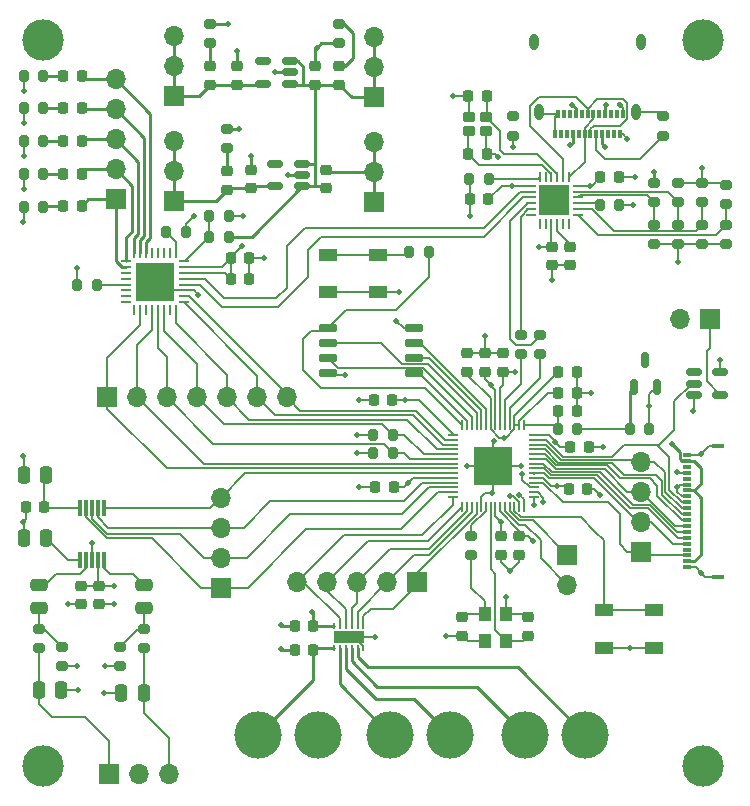
<source format=gtl>
G04 #@! TF.GenerationSoftware,KiCad,Pcbnew,7.0.5*
G04 #@! TF.CreationDate,2023-08-10T16:57:38+02:00*
G04 #@! TF.ProjectId,proto_pico,70726f74-6f5f-4706-9963-6f2e6b696361,rev?*
G04 #@! TF.SameCoordinates,Original*
G04 #@! TF.FileFunction,Copper,L1,Top*
G04 #@! TF.FilePolarity,Positive*
%FSLAX46Y46*%
G04 Gerber Fmt 4.6, Leading zero omitted, Abs format (unit mm)*
G04 Created by KiCad (PCBNEW 7.0.5) date 2023-08-10 16:57:38*
%MOMM*%
%LPD*%
G01*
G04 APERTURE LIST*
G04 Aperture macros list*
%AMRoundRect*
0 Rectangle with rounded corners*
0 $1 Rounding radius*
0 $2 $3 $4 $5 $6 $7 $8 $9 X,Y pos of 4 corners*
0 Add a 4 corners polygon primitive as box body*
4,1,4,$2,$3,$4,$5,$6,$7,$8,$9,$2,$3,0*
0 Add four circle primitives for the rounded corners*
1,1,$1+$1,$2,$3*
1,1,$1+$1,$4,$5*
1,1,$1+$1,$6,$7*
1,1,$1+$1,$8,$9*
0 Add four rect primitives between the rounded corners*
20,1,$1+$1,$2,$3,$4,$5,0*
20,1,$1+$1,$4,$5,$6,$7,0*
20,1,$1+$1,$6,$7,$8,$9,0*
20,1,$1+$1,$8,$9,$2,$3,0*%
G04 Aperture macros list end*
G04 #@! TA.AperFunction,SMDPad,CuDef*
%ADD10RoundRect,0.225000X0.225000X0.250000X-0.225000X0.250000X-0.225000X-0.250000X0.225000X-0.250000X0*%
G04 #@! TD*
G04 #@! TA.AperFunction,ComponentPad*
%ADD11R,1.700000X1.700000*%
G04 #@! TD*
G04 #@! TA.AperFunction,ComponentPad*
%ADD12O,1.700000X1.700000*%
G04 #@! TD*
G04 #@! TA.AperFunction,SMDPad,CuDef*
%ADD13RoundRect,0.225000X-0.225000X-0.250000X0.225000X-0.250000X0.225000X0.250000X-0.225000X0.250000X0*%
G04 #@! TD*
G04 #@! TA.AperFunction,SMDPad,CuDef*
%ADD14RoundRect,0.200000X-0.200000X-0.275000X0.200000X-0.275000X0.200000X0.275000X-0.200000X0.275000X0*%
G04 #@! TD*
G04 #@! TA.AperFunction,SMDPad,CuDef*
%ADD15RoundRect,0.218750X-0.256250X0.218750X-0.256250X-0.218750X0.256250X-0.218750X0.256250X0.218750X0*%
G04 #@! TD*
G04 #@! TA.AperFunction,SMDPad,CuDef*
%ADD16RoundRect,0.225000X-0.250000X0.225000X-0.250000X-0.225000X0.250000X-0.225000X0.250000X0.225000X0*%
G04 #@! TD*
G04 #@! TA.AperFunction,SMDPad,CuDef*
%ADD17RoundRect,0.218750X-0.218750X-0.256250X0.218750X-0.256250X0.218750X0.256250X-0.218750X0.256250X0*%
G04 #@! TD*
G04 #@! TA.AperFunction,SMDPad,CuDef*
%ADD18RoundRect,0.225000X0.250000X-0.225000X0.250000X0.225000X-0.250000X0.225000X-0.250000X-0.225000X0*%
G04 #@! TD*
G04 #@! TA.AperFunction,SMDPad,CuDef*
%ADD19RoundRect,0.150000X0.150000X-0.512500X0.150000X0.512500X-0.150000X0.512500X-0.150000X-0.512500X0*%
G04 #@! TD*
G04 #@! TA.AperFunction,SMDPad,CuDef*
%ADD20RoundRect,0.200000X0.275000X-0.200000X0.275000X0.200000X-0.275000X0.200000X-0.275000X-0.200000X0*%
G04 #@! TD*
G04 #@! TA.AperFunction,SMDPad,CuDef*
%ADD21RoundRect,0.200000X0.200000X0.275000X-0.200000X0.275000X-0.200000X-0.275000X0.200000X-0.275000X0*%
G04 #@! TD*
G04 #@! TA.AperFunction,SMDPad,CuDef*
%ADD22R,0.250000X0.500000*%
G04 #@! TD*
G04 #@! TA.AperFunction,SMDPad,CuDef*
%ADD23R,2.650000X1.000000*%
G04 #@! TD*
G04 #@! TA.AperFunction,SMDPad,CuDef*
%ADD24RoundRect,0.150000X-0.512500X-0.150000X0.512500X-0.150000X0.512500X0.150000X-0.512500X0.150000X0*%
G04 #@! TD*
G04 #@! TA.AperFunction,SMDPad,CuDef*
%ADD25RoundRect,0.150000X0.512500X0.150000X-0.512500X0.150000X-0.512500X-0.150000X0.512500X-0.150000X0*%
G04 #@! TD*
G04 #@! TA.AperFunction,SMDPad,CuDef*
%ADD26RoundRect,0.150000X-0.650000X-0.150000X0.650000X-0.150000X0.650000X0.150000X-0.650000X0.150000X0*%
G04 #@! TD*
G04 #@! TA.AperFunction,SMDPad,CuDef*
%ADD27RoundRect,0.200000X-0.275000X0.200000X-0.275000X-0.200000X0.275000X-0.200000X0.275000X0.200000X0*%
G04 #@! TD*
G04 #@! TA.AperFunction,SMDPad,CuDef*
%ADD28RoundRect,0.250000X0.475000X-0.250000X0.475000X0.250000X-0.475000X0.250000X-0.475000X-0.250000X0*%
G04 #@! TD*
G04 #@! TA.AperFunction,SMDPad,CuDef*
%ADD29R,0.700000X0.300000*%
G04 #@! TD*
G04 #@! TA.AperFunction,SMDPad,CuDef*
%ADD30R,1.000000X0.300000*%
G04 #@! TD*
G04 #@! TA.AperFunction,SMDPad,CuDef*
%ADD31RoundRect,0.250000X-0.475000X0.250000X-0.475000X-0.250000X0.475000X-0.250000X0.475000X0.250000X0*%
G04 #@! TD*
G04 #@! TA.AperFunction,ComponentPad*
%ADD32C,4.000000*%
G04 #@! TD*
G04 #@! TA.AperFunction,SMDPad,CuDef*
%ADD33R,1.550000X1.000000*%
G04 #@! TD*
G04 #@! TA.AperFunction,SMDPad,CuDef*
%ADD34RoundRect,0.250000X0.250000X0.475000X-0.250000X0.475000X-0.250000X-0.475000X0.250000X-0.475000X0*%
G04 #@! TD*
G04 #@! TA.AperFunction,SMDPad,CuDef*
%ADD35R,0.300000X1.400000*%
G04 #@! TD*
G04 #@! TA.AperFunction,SMDPad,CuDef*
%ADD36RoundRect,0.102000X-0.373000X-0.323000X0.373000X-0.323000X0.373000X0.323000X-0.373000X0.323000X0*%
G04 #@! TD*
G04 #@! TA.AperFunction,SMDPad,CuDef*
%ADD37R,1.100000X1.300000*%
G04 #@! TD*
G04 #@! TA.AperFunction,SMDPad,CuDef*
%ADD38RoundRect,0.050000X-0.387500X-0.050000X0.387500X-0.050000X0.387500X0.050000X-0.387500X0.050000X0*%
G04 #@! TD*
G04 #@! TA.AperFunction,SMDPad,CuDef*
%ADD39RoundRect,0.050000X-0.050000X-0.387500X0.050000X-0.387500X0.050000X0.387500X-0.050000X0.387500X0*%
G04 #@! TD*
G04 #@! TA.AperFunction,SMDPad,CuDef*
%ADD40R,3.200000X3.200000*%
G04 #@! TD*
G04 #@! TA.AperFunction,SMDPad,CuDef*
%ADD41RoundRect,0.062500X-0.350000X-0.062500X0.350000X-0.062500X0.350000X0.062500X-0.350000X0.062500X0*%
G04 #@! TD*
G04 #@! TA.AperFunction,SMDPad,CuDef*
%ADD42RoundRect,0.062500X-0.062500X-0.350000X0.062500X-0.350000X0.062500X0.350000X-0.062500X0.350000X0*%
G04 #@! TD*
G04 #@! TA.AperFunction,SMDPad,CuDef*
%ADD43R,2.500000X2.500000*%
G04 #@! TD*
G04 #@! TA.AperFunction,SMDPad,CuDef*
%ADD44R,0.300000X0.700000*%
G04 #@! TD*
G04 #@! TA.AperFunction,ComponentPad*
%ADD45O,0.800000X1.400000*%
G04 #@! TD*
G04 #@! TA.AperFunction,SMDPad,CuDef*
%ADD46RoundRect,0.062500X0.375000X0.062500X-0.375000X0.062500X-0.375000X-0.062500X0.375000X-0.062500X0*%
G04 #@! TD*
G04 #@! TA.AperFunction,SMDPad,CuDef*
%ADD47RoundRect,0.062500X0.062500X0.375000X-0.062500X0.375000X-0.062500X-0.375000X0.062500X-0.375000X0*%
G04 #@! TD*
G04 #@! TA.AperFunction,SMDPad,CuDef*
%ADD48R,3.300000X3.300000*%
G04 #@! TD*
G04 #@! TA.AperFunction,ViaPad*
%ADD49C,3.500000*%
G04 #@! TD*
G04 #@! TA.AperFunction,ViaPad*
%ADD50C,0.500000*%
G04 #@! TD*
G04 #@! TA.AperFunction,Conductor*
%ADD51C,0.127000*%
G04 #@! TD*
G04 #@! TA.AperFunction,Conductor*
%ADD52C,0.254000*%
G04 #@! TD*
G04 APERTURE END LIST*
D10*
X185179000Y-120396000D03*
X183629000Y-120396000D03*
D11*
X196474000Y-112649000D03*
D12*
X193934000Y-112649000D03*
D13*
X155900000Y-107442000D03*
X157450000Y-107442000D03*
D14*
X187131000Y-103000000D03*
X188781000Y-103000000D03*
D15*
X155580500Y-100111500D03*
X155580500Y-101686500D03*
D16*
X184654000Y-106543000D03*
X184654000Y-108093000D03*
D10*
X185179000Y-118872000D03*
X183629000Y-118872000D03*
D17*
X141692500Y-92057000D03*
X143267500Y-92057000D03*
D18*
X178816000Y-132601000D03*
X178816000Y-131051000D03*
D19*
X190058000Y-118358500D03*
X191958000Y-118358500D03*
X191008000Y-116083500D03*
D20*
X146558000Y-142049000D03*
X146558000Y-140399000D03*
D21*
X169608000Y-122428000D03*
X167958000Y-122428000D03*
D15*
X154172500Y-91226500D03*
X154172500Y-92801500D03*
D22*
X164627500Y-140507500D03*
X165127500Y-140507500D03*
X165627500Y-140507500D03*
X166127500Y-140507500D03*
X166627500Y-140507500D03*
X167127500Y-140507500D03*
X167127500Y-138607500D03*
X166627500Y-138607500D03*
X166127500Y-138607500D03*
X165627500Y-138607500D03*
X165127500Y-138607500D03*
X164627500Y-138607500D03*
D23*
X165877500Y-139557500D03*
D16*
X144780000Y-135242000D03*
X144780000Y-136792000D03*
D20*
X193798000Y-102746000D03*
X193798000Y-101096000D03*
D13*
X168135000Y-126873000D03*
X169685000Y-126873000D03*
D24*
X195077500Y-117160000D03*
X195077500Y-118110000D03*
X195077500Y-119060000D03*
X197352500Y-119060000D03*
X197352500Y-117160000D03*
D21*
X155722000Y-103886000D03*
X154072000Y-103886000D03*
D20*
X195830000Y-106302000D03*
X195830000Y-104652000D03*
D15*
X165094500Y-91226500D03*
X165094500Y-92801500D03*
D21*
X152082000Y-105283000D03*
X150432000Y-105283000D03*
D25*
X161919500Y-101407000D03*
X161919500Y-100457000D03*
X161919500Y-99507000D03*
X159644500Y-99507000D03*
X159644500Y-101407000D03*
D21*
X140017000Y-103117000D03*
X138367000Y-103117000D03*
X140028500Y-92105000D03*
X138378500Y-92105000D03*
D26*
X164167000Y-113411000D03*
X164167000Y-114681000D03*
X164167000Y-115951000D03*
X164167000Y-117221000D03*
X171367000Y-117221000D03*
X171367000Y-115951000D03*
X171367000Y-114681000D03*
X171367000Y-113411000D03*
D11*
X171704000Y-134874000D03*
D12*
X169164000Y-134874000D03*
X166624000Y-134874000D03*
X164084000Y-134874000D03*
X161544000Y-134874000D03*
D13*
X187181000Y-100651000D03*
X188731000Y-100651000D03*
D11*
X168021000Y-102743000D03*
D12*
X168021000Y-100203000D03*
X168021000Y-97663000D03*
D25*
X160898000Y-92710000D03*
X160898000Y-91760000D03*
X160898000Y-90810000D03*
X158623000Y-90810000D03*
X158623000Y-92710000D03*
D20*
X197862000Y-106302000D03*
X197862000Y-104652000D03*
X154172500Y-89283000D03*
X154172500Y-87633000D03*
D27*
X176276000Y-131001000D03*
X176276000Y-132651000D03*
D28*
X139700000Y-137094000D03*
X139700000Y-135194000D03*
D29*
X194538000Y-133655000D03*
X194538000Y-133155000D03*
X194538000Y-132655000D03*
X194538000Y-132155000D03*
X194538000Y-131655000D03*
X194538000Y-131155000D03*
X194538000Y-130655000D03*
X194538000Y-130155000D03*
X194538000Y-129655000D03*
X194538000Y-129155000D03*
X194538000Y-128655000D03*
X194538000Y-128155000D03*
X194538000Y-127655000D03*
X194538000Y-127155000D03*
X194538000Y-126655000D03*
X194538000Y-126155000D03*
X194538000Y-125655000D03*
X194538000Y-125155000D03*
X194538000Y-124655000D03*
X194538000Y-124155000D03*
D30*
X197188000Y-134445000D03*
X197188000Y-123365000D03*
D31*
X148590000Y-135194000D03*
X148590000Y-137094000D03*
D16*
X181102000Y-137909000D03*
X181102000Y-139459000D03*
D27*
X141605000Y-140399000D03*
X141605000Y-142049000D03*
D17*
X141706500Y-103033000D03*
X143281500Y-103033000D03*
D16*
X183130000Y-106543000D03*
X183130000Y-108093000D03*
D27*
X179750000Y-95487000D03*
X179750000Y-97137000D03*
D16*
X175895000Y-115557000D03*
X175895000Y-117107000D03*
D21*
X169608000Y-123952000D03*
X167958000Y-123952000D03*
D20*
X155580500Y-98168000D03*
X155580500Y-96518000D03*
X191766000Y-106302000D03*
X191766000Y-104652000D03*
X193798000Y-106302000D03*
X193798000Y-104652000D03*
X197862000Y-102937000D03*
X197862000Y-101287000D03*
D32*
X169418000Y-147828000D03*
X174498000Y-147828000D03*
D33*
X164118000Y-107188000D03*
X168368000Y-107188000D03*
X164118000Y-110388000D03*
X168368000Y-110388000D03*
D34*
X141539000Y-144018000D03*
X139639000Y-144018000D03*
X140269000Y-125857000D03*
X138369000Y-125857000D03*
D35*
X145145000Y-128610000D03*
X144645000Y-128610000D03*
X144145000Y-128610000D03*
X143645000Y-128610000D03*
X143145000Y-128610000D03*
X143145000Y-133010000D03*
X143645000Y-133010000D03*
X144145000Y-133010000D03*
X144645000Y-133010000D03*
X145145000Y-133010000D03*
D18*
X157612500Y-101552000D03*
X157612500Y-100002000D03*
D10*
X177559000Y-98679000D03*
X176009000Y-98679000D03*
D11*
X168021000Y-93853000D03*
D12*
X168021000Y-91313000D03*
X168021000Y-88773000D03*
D20*
X192450000Y-97137000D03*
X192450000Y-95487000D03*
D10*
X140094000Y-128524000D03*
X138544000Y-128524000D03*
D36*
X176059000Y-96714000D03*
X177509000Y-96714000D03*
X177509000Y-95564000D03*
X176059000Y-95564000D03*
D21*
X140017000Y-97566000D03*
X138367000Y-97566000D03*
D11*
X190627000Y-132324000D03*
D12*
X190627000Y-129784000D03*
X190627000Y-127244000D03*
X190627000Y-124704000D03*
D18*
X156458500Y-92789000D03*
X156458500Y-91239000D03*
D37*
X177419000Y-137615000D03*
X177419000Y-139915000D03*
X179219000Y-139915000D03*
X179219000Y-137615000D03*
D17*
X141706500Y-97536000D03*
X143281500Y-97536000D03*
D10*
X186195000Y-123444000D03*
X184645000Y-123444000D03*
D11*
X155067000Y-135372000D03*
D12*
X155067000Y-132832000D03*
X155067000Y-130292000D03*
X155067000Y-127752000D03*
D38*
X174670500Y-122486500D03*
X174670500Y-122886500D03*
X174670500Y-123286500D03*
X174670500Y-123686500D03*
X174670500Y-124086500D03*
X174670500Y-124486500D03*
X174670500Y-124886500D03*
X174670500Y-125286500D03*
X174670500Y-125686500D03*
X174670500Y-126086500D03*
X174670500Y-126486500D03*
X174670500Y-126886500D03*
X174670500Y-127286500D03*
X174670500Y-127686500D03*
D39*
X175508000Y-128524000D03*
X175908000Y-128524000D03*
X176308000Y-128524000D03*
X176708000Y-128524000D03*
X177108000Y-128524000D03*
X177508000Y-128524000D03*
X177908000Y-128524000D03*
X178308000Y-128524000D03*
X178708000Y-128524000D03*
X179108000Y-128524000D03*
X179508000Y-128524000D03*
X179908000Y-128524000D03*
X180308000Y-128524000D03*
X180708000Y-128524000D03*
D38*
X181545500Y-127686500D03*
X181545500Y-127286500D03*
X181545500Y-126886500D03*
X181545500Y-126486500D03*
X181545500Y-126086500D03*
X181545500Y-125686500D03*
X181545500Y-125286500D03*
X181545500Y-124886500D03*
X181545500Y-124486500D03*
X181545500Y-124086500D03*
X181545500Y-123686500D03*
X181545500Y-123286500D03*
X181545500Y-122886500D03*
X181545500Y-122486500D03*
D39*
X180708000Y-121649000D03*
X180308000Y-121649000D03*
X179908000Y-121649000D03*
X179508000Y-121649000D03*
X179108000Y-121649000D03*
X178708000Y-121649000D03*
X178308000Y-121649000D03*
X177908000Y-121649000D03*
X177508000Y-121649000D03*
X177108000Y-121649000D03*
X176708000Y-121649000D03*
X176308000Y-121649000D03*
X175908000Y-121649000D03*
X175508000Y-121649000D03*
D40*
X178108000Y-125086500D03*
D34*
X140269000Y-131191000D03*
X138369000Y-131191000D03*
D18*
X163062500Y-92789000D03*
X163062500Y-91239000D03*
D20*
X148590000Y-140525000D03*
X148590000Y-138875000D03*
D18*
X180340000Y-132601000D03*
X180340000Y-131051000D03*
D21*
X177736000Y-100774000D03*
X176086000Y-100774000D03*
D20*
X195830000Y-102746000D03*
X195830000Y-101096000D03*
D14*
X142896000Y-109728000D03*
X144546000Y-109728000D03*
D33*
X187486000Y-137287000D03*
X191736000Y-137287000D03*
X187486000Y-140487000D03*
X191736000Y-140487000D03*
D32*
X158242000Y-147828000D03*
X163322000Y-147828000D03*
D16*
X143256000Y-135242000D03*
X143256000Y-136792000D03*
D18*
X175514000Y-139459000D03*
X175514000Y-137909000D03*
D41*
X181334500Y-101346000D03*
X181334500Y-101846000D03*
X181334500Y-102346000D03*
X181334500Y-102846000D03*
X181334500Y-103346000D03*
X181334500Y-103846000D03*
D42*
X182047000Y-104558500D03*
X182547000Y-104558500D03*
X183047000Y-104558500D03*
X183547000Y-104558500D03*
X184047000Y-104558500D03*
X184547000Y-104558500D03*
D41*
X185259500Y-103846000D03*
X185259500Y-103346000D03*
X185259500Y-102846000D03*
X185259500Y-102346000D03*
X185259500Y-101846000D03*
X185259500Y-101346000D03*
D42*
X184547000Y-100633500D03*
X184047000Y-100633500D03*
X183547000Y-100633500D03*
X183047000Y-100633500D03*
X182547000Y-100633500D03*
X182047000Y-100633500D03*
D43*
X183297000Y-102596000D03*
D10*
X162854500Y-140639500D03*
X161304500Y-140639500D03*
D20*
X180467000Y-115633000D03*
X180467000Y-113983000D03*
D11*
X184404000Y-132583000D03*
D12*
X184404000Y-135123000D03*
D44*
X188850000Y-97014000D03*
X188350000Y-97014000D03*
X187850000Y-97014000D03*
X187350000Y-97014000D03*
X186850000Y-97014000D03*
X186350000Y-97014000D03*
X185850000Y-97014000D03*
X185350000Y-97014000D03*
X184850000Y-97014000D03*
X184350000Y-97014000D03*
X183850000Y-97014000D03*
X183350000Y-97014000D03*
X183600000Y-95314000D03*
X184100000Y-95314000D03*
X184600000Y-95314000D03*
X185100000Y-95314000D03*
X185600000Y-95314000D03*
X186100000Y-95314000D03*
X186600000Y-95314000D03*
X187100000Y-95314000D03*
X187600000Y-95314000D03*
X188100000Y-95314000D03*
X188600000Y-95314000D03*
X189100000Y-95314000D03*
D45*
X190590000Y-89154000D03*
X190230000Y-95104000D03*
X181970000Y-95104000D03*
X181610000Y-89154000D03*
D46*
X151916500Y-111224000D03*
X151916500Y-110724000D03*
X151916500Y-110224000D03*
X151916500Y-109724000D03*
X151916500Y-109224000D03*
X151916500Y-108724000D03*
X151916500Y-108224000D03*
X151916500Y-107724000D03*
D47*
X151229000Y-107036500D03*
X150729000Y-107036500D03*
X150229000Y-107036500D03*
X149729000Y-107036500D03*
X149229000Y-107036500D03*
X148729000Y-107036500D03*
X148229000Y-107036500D03*
X147729000Y-107036500D03*
D46*
X147041500Y-107724000D03*
X147041500Y-108224000D03*
X147041500Y-108724000D03*
X147041500Y-109224000D03*
X147041500Y-109724000D03*
X147041500Y-110224000D03*
X147041500Y-110724000D03*
X147041500Y-111224000D03*
D47*
X147729000Y-111911500D03*
X148229000Y-111911500D03*
X148729000Y-111911500D03*
X149229000Y-111911500D03*
X149729000Y-111911500D03*
X150229000Y-111911500D03*
X150729000Y-111911500D03*
X151229000Y-111911500D03*
D48*
X149479000Y-109474000D03*
D34*
X148524000Y-144272000D03*
X146624000Y-144272000D03*
D13*
X155900000Y-109220000D03*
X157450000Y-109220000D03*
D17*
X141692500Y-94772000D03*
X143267500Y-94772000D03*
D27*
X191766000Y-101096000D03*
X191766000Y-102746000D03*
D21*
X155722000Y-105664000D03*
X154072000Y-105664000D03*
D27*
X165094500Y-87633000D03*
X165094500Y-89283000D03*
D16*
X178943000Y-115557000D03*
X178943000Y-117107000D03*
D20*
X182118000Y-115633000D03*
X182118000Y-113983000D03*
D14*
X183579000Y-121920000D03*
X185229000Y-121920000D03*
D10*
X177686000Y-102489000D03*
X176136000Y-102489000D03*
X186068000Y-127000000D03*
X184518000Y-127000000D03*
D21*
X140017000Y-94772000D03*
X138367000Y-94772000D03*
D12*
X160655000Y-119253000D03*
X158115000Y-119253000D03*
X155575000Y-119253000D03*
X153035000Y-119253000D03*
X150495000Y-119253000D03*
X147955000Y-119253000D03*
D11*
X145415000Y-119253000D03*
D17*
X141706500Y-100323000D03*
X143281500Y-100323000D03*
D32*
X180848000Y-147828000D03*
X185928000Y-147828000D03*
D14*
X171006000Y-106934000D03*
X172656000Y-106934000D03*
D11*
X146188500Y-102519000D03*
D12*
X146188500Y-99979000D03*
X146188500Y-97439000D03*
X146188500Y-94899000D03*
X146188500Y-92359000D03*
D20*
X139700000Y-140525000D03*
X139700000Y-138875000D03*
D13*
X176009000Y-93726000D03*
X177559000Y-93726000D03*
D11*
X145566000Y-151130000D03*
D12*
X148106000Y-151130000D03*
X150646000Y-151130000D03*
D18*
X163962500Y-101552000D03*
X163962500Y-100002000D03*
D21*
X140017000Y-100346000D03*
X138367000Y-100346000D03*
D11*
X151130000Y-102616000D03*
D12*
X151130000Y-100076000D03*
X151130000Y-97536000D03*
D10*
X185179000Y-117094000D03*
X183629000Y-117094000D03*
D11*
X151124500Y-93792000D03*
D12*
X151124500Y-91252000D03*
X151124500Y-88712000D03*
D14*
X189675000Y-121920000D03*
X191325000Y-121920000D03*
D16*
X177419000Y-115557000D03*
X177419000Y-117107000D03*
D13*
X168008000Y-119507000D03*
X169558000Y-119507000D03*
D10*
X162854500Y-138607500D03*
X161304500Y-138607500D03*
D49*
X139978000Y-150495000D03*
X195858000Y-150495000D03*
X139978000Y-89027000D03*
X195858000Y-89027000D03*
D50*
X146050000Y-135255000D03*
X179705000Y-101346000D03*
X156845000Y-106426000D03*
X169926000Y-112776000D03*
X170878500Y-126555500D03*
X179959000Y-117094000D03*
X186309000Y-101346000D03*
X178816000Y-129794000D03*
X170688000Y-119507000D03*
X166624000Y-123952000D03*
X162814000Y-137414000D03*
X181991000Y-106553000D03*
X197358000Y-116078000D03*
X195834000Y-99822000D03*
X142875000Y-108331000D03*
X177927000Y-118237000D03*
X191325000Y-120015000D03*
X183515000Y-126746000D03*
X152781000Y-103886000D03*
X183388000Y-123063000D03*
X166624000Y-122428000D03*
X189992000Y-102997000D03*
X138430000Y-93345000D03*
X142113000Y-136779000D03*
X170180000Y-110363000D03*
X155702000Y-87630000D03*
X165608000Y-117348000D03*
X145161000Y-144272000D03*
X179197000Y-136144000D03*
X166751000Y-119507000D03*
X187452000Y-123444000D03*
X187198000Y-127508000D03*
X179832000Y-98044000D03*
X180467000Y-125095000D03*
X156591000Y-96520000D03*
X143002000Y-144018000D03*
X156972000Y-103886000D03*
X166751000Y-126873000D03*
X145288000Y-141986000D03*
X144145000Y-131572000D03*
X153162000Y-110617000D03*
X138303000Y-129794000D03*
X175895000Y-125095000D03*
X163195000Y-89662000D03*
X183134000Y-109347000D03*
X186436000Y-118872000D03*
X157607000Y-98806000D03*
X158750000Y-107442000D03*
X176149000Y-103886000D03*
X174117000Y-139446000D03*
X146050000Y-136779000D03*
X178562000Y-98933000D03*
X142875000Y-141986000D03*
X189738000Y-140462000D03*
X193675000Y-126873000D03*
X179578000Y-133985000D03*
X195072000Y-120396000D03*
X195707000Y-134112000D03*
X178054000Y-127381000D03*
X160782000Y-100457000D03*
X160147000Y-138557000D03*
X156464000Y-89916000D03*
X190119000Y-100584000D03*
X177419000Y-114046000D03*
X174752000Y-93726000D03*
X138430000Y-98806000D03*
X188849000Y-94488000D03*
X178181000Y-122936000D03*
X138430000Y-101600000D03*
X138303000Y-104394000D03*
X159639000Y-91694000D03*
X195707000Y-124079000D03*
X193675000Y-125603000D03*
X168148000Y-139573000D03*
X189484000Y-97409000D03*
X138430000Y-96012000D03*
X160147000Y-140589000D03*
X193802000Y-107823000D03*
X138303000Y-124206000D03*
X191770000Y-100203000D03*
X187579000Y-98044000D03*
X184785000Y-94488000D03*
X184658000Y-97917000D03*
X187706000Y-94488000D03*
X181483000Y-131445000D03*
X179070000Y-122682000D03*
X193294000Y-123190000D03*
X180340000Y-127508000D03*
X181610000Y-128397000D03*
X182372000Y-128143000D03*
X180594000Y-125730000D03*
X179578000Y-127635000D03*
D51*
X150646000Y-148082000D02*
X150646000Y-151130000D01*
X148524000Y-145960000D02*
X150646000Y-148082000D01*
X148524000Y-144272000D02*
X148524000Y-145960000D01*
X145566000Y-148336000D02*
X145566000Y-151130000D01*
X139639000Y-145203000D02*
X140740000Y-146304000D01*
X140740000Y-146304000D02*
X143534000Y-146304000D01*
X139639000Y-144018000D02*
X139639000Y-145203000D01*
X143534000Y-146304000D02*
X145566000Y-148336000D01*
X171367000Y-113411000D02*
X170561000Y-113411000D01*
D52*
X156446000Y-92801500D02*
X156458500Y-92789000D01*
D51*
X167958000Y-123952000D02*
X166624000Y-123952000D01*
X184264000Y-126746000D02*
X183007000Y-126746000D01*
X146037000Y-135242000D02*
X146050000Y-135255000D01*
X178943000Y-118237000D02*
X178943000Y-117107000D01*
X189989000Y-103000000D02*
X189992000Y-102997000D01*
X197671000Y-101096000D02*
X197862000Y-101287000D01*
D52*
X151124500Y-93792000D02*
X151124500Y-91252000D01*
D51*
X155900000Y-107442000D02*
X155900000Y-107371000D01*
X169685000Y-126873000D02*
X170561000Y-126873000D01*
D52*
X158544000Y-92789000D02*
X158623000Y-92710000D01*
D51*
X179946000Y-117107000D02*
X179959000Y-117094000D01*
D52*
X162854500Y-138607500D02*
X162854500Y-137454500D01*
D51*
X182347500Y-126086500D02*
X181545500Y-126086500D01*
D52*
X151124500Y-91252000D02*
X151124500Y-88712000D01*
D51*
X142896000Y-108352000D02*
X142875000Y-108331000D01*
X170561000Y-126873000D02*
X171347500Y-126086500D01*
X184518000Y-127000000D02*
X184264000Y-126746000D01*
X151916500Y-108224000D02*
X155118000Y-108224000D01*
X178816000Y-131051000D02*
X178816000Y-129794000D01*
X174670500Y-122486500D02*
X174670500Y-122346500D01*
X191325000Y-121920000D02*
X191325000Y-118991500D01*
X142896000Y-109728000D02*
X142896000Y-108352000D01*
D52*
X154172500Y-92801500D02*
X156446000Y-92801500D01*
D51*
X171831000Y-119507000D02*
X169558000Y-119507000D01*
X178708000Y-121649000D02*
X178708000Y-118472000D01*
X182811500Y-122486500D02*
X181545500Y-122486500D01*
X186486000Y-101346000D02*
X187181000Y-100651000D01*
X197352500Y-117160000D02*
X197352500Y-116083500D01*
X178308000Y-121649000D02*
X178308000Y-118618000D01*
X174670500Y-122346500D02*
X171831000Y-119507000D01*
X188781000Y-103000000D02*
X189989000Y-103000000D01*
D52*
X162854500Y-137454500D02*
X162814000Y-137414000D01*
D51*
X183769000Y-123444000D02*
X182811500Y-122486500D01*
X144780000Y-135242000D02*
X146037000Y-135242000D01*
X193798000Y-101096000D02*
X197671000Y-101096000D01*
X183130000Y-106543000D02*
X183047000Y-106460000D01*
X178829000Y-101346000D02*
X181334500Y-101346000D01*
X178308000Y-129286000D02*
X178308000Y-128524000D01*
X185259500Y-101346000D02*
X186309000Y-101346000D01*
X184645000Y-123444000D02*
X183769000Y-123444000D01*
X167958000Y-122555000D02*
X168034000Y-122555000D01*
X144780000Y-135242000D02*
X144645000Y-135107000D01*
X155900000Y-109220000D02*
X155404000Y-108724000D01*
X177419000Y-117729000D02*
X177419000Y-117107000D01*
X171347500Y-126086500D02*
X174670500Y-126086500D01*
X152082000Y-105283000D02*
X152082000Y-104585000D01*
X155900000Y-109220000D02*
X155900000Y-107442000D01*
X155900000Y-107371000D02*
X156845000Y-106426000D01*
X143256000Y-135242000D02*
X144780000Y-135242000D01*
D52*
X151124500Y-93792000D02*
X153182000Y-93792000D01*
D51*
X197352500Y-116083500D02*
X197358000Y-116078000D01*
X195830000Y-101096000D02*
X195830000Y-99826000D01*
X178816000Y-129794000D02*
X178308000Y-129286000D01*
X170561000Y-113411000D02*
X169926000Y-112776000D01*
X167958000Y-122428000D02*
X166624000Y-122428000D01*
X144645000Y-135107000D02*
X144645000Y-133010000D01*
D52*
X153182000Y-93792000D02*
X154172500Y-92801500D01*
X156458500Y-92789000D02*
X158544000Y-92789000D01*
D51*
X186309000Y-101346000D02*
X186486000Y-101346000D01*
D52*
X164627500Y-138607500D02*
X162854500Y-138607500D01*
D51*
X155404000Y-108724000D02*
X151916500Y-108724000D01*
X178708000Y-118472000D02*
X178943000Y-118237000D01*
X155118000Y-108224000D02*
X155900000Y-107442000D01*
X191325000Y-118991500D02*
X191958000Y-118358500D01*
X183047000Y-106460000D02*
X183047000Y-104558500D01*
X177686000Y-102489000D02*
X178829000Y-101346000D01*
X195830000Y-99826000D02*
X195834000Y-99822000D01*
X183007000Y-126746000D02*
X182347500Y-126086500D01*
X181570000Y-126111000D02*
X181545500Y-126086500D01*
X178308000Y-118618000D02*
X177419000Y-117729000D01*
X178943000Y-117107000D02*
X179946000Y-117107000D01*
X152082000Y-104585000D02*
X152781000Y-103886000D01*
X183130000Y-106543000D02*
X182001000Y-106543000D01*
X182001000Y-106543000D02*
X181991000Y-106553000D01*
X189713000Y-140487000D02*
X189738000Y-140462000D01*
D52*
X163574000Y-89283000D02*
X163195000Y-89662000D01*
D51*
X178308000Y-98679000D02*
X178562000Y-98933000D01*
X193798000Y-106302000D02*
X193798000Y-107819000D01*
X193893000Y-126655000D02*
X193675000Y-126873000D01*
X180340000Y-133223000D02*
X179578000Y-133985000D01*
X138367000Y-95949000D02*
X138430000Y-96012000D01*
X138378500Y-92105000D02*
X138378500Y-93293500D01*
X142812000Y-142049000D02*
X142875000Y-141986000D01*
D52*
X163062500Y-89794500D02*
X163195000Y-89662000D01*
D51*
X193798000Y-107819000D02*
X193802000Y-107823000D01*
D52*
X161919500Y-100457000D02*
X160782000Y-100457000D01*
X164163500Y-100203000D02*
X168021000Y-100203000D01*
D51*
X183130000Y-108093000D02*
X183130000Y-109343000D01*
X175514000Y-139459000D02*
X175970000Y-139915000D01*
X194538000Y-125655000D02*
X193727000Y-125655000D01*
X176136000Y-100824000D02*
X176086000Y-100774000D01*
D52*
X168021000Y-97663000D02*
X168021000Y-102743000D01*
D51*
X170155000Y-110388000D02*
X170180000Y-110363000D01*
X176059000Y-93776000D02*
X176009000Y-93726000D01*
X186195000Y-123444000D02*
X187452000Y-123444000D01*
X168132500Y-139557500D02*
X168148000Y-139573000D01*
X175903500Y-125086500D02*
X175895000Y-125095000D01*
X143256000Y-136792000D02*
X142126000Y-136792000D01*
X197188000Y-134445000D02*
X196040000Y-134445000D01*
X150229000Y-110224000D02*
X149479000Y-109474000D01*
X191736000Y-140487000D02*
X189763000Y-140487000D01*
X182180000Y-95314000D02*
X181970000Y-95104000D01*
X194538000Y-124155000D02*
X195631000Y-124155000D01*
X138369000Y-129860000D02*
X138303000Y-129794000D01*
X168368000Y-110388000D02*
X170155000Y-110388000D01*
X186068000Y-127000000D02*
X186690000Y-127000000D01*
X157450000Y-109220000D02*
X157450000Y-107442000D01*
X138544000Y-129553000D02*
X138303000Y-129794000D01*
X186690000Y-127000000D02*
X187198000Y-127508000D01*
X138367000Y-94772000D02*
X138367000Y-95949000D01*
D52*
X156458500Y-91239000D02*
X156458500Y-89921500D01*
D51*
X152769000Y-110224000D02*
X153162000Y-110617000D01*
X178108000Y-127327000D02*
X178108000Y-125086500D01*
D52*
X163962500Y-100002000D02*
X164163500Y-100203000D01*
D51*
X185179000Y-118872000D02*
X186436000Y-118872000D01*
X183350000Y-97014000D02*
X183350000Y-95564000D01*
X196421000Y-123365000D02*
X195707000Y-124079000D01*
X138367000Y-98743000D02*
X138430000Y-98806000D01*
X178108000Y-125086500D02*
X180458500Y-125086500D01*
X189089000Y-97014000D02*
X189484000Y-97409000D01*
D52*
X160197500Y-138607500D02*
X160147000Y-138557000D01*
D51*
X194061000Y-127655000D02*
X193675000Y-127269000D01*
X178108000Y-123009000D02*
X178181000Y-122936000D01*
X183600000Y-95314000D02*
X182180000Y-95314000D01*
X179219000Y-137615000D02*
X180808000Y-137615000D01*
X138369000Y-125857000D02*
X138369000Y-124272000D01*
X179219000Y-136166000D02*
X179197000Y-136144000D01*
X167127500Y-140305500D02*
X166379500Y-139557500D01*
X177108000Y-127692000D02*
X177108000Y-128524000D01*
X164294000Y-117348000D02*
X164167000Y-117221000D01*
X176009000Y-93726000D02*
X174752000Y-93726000D01*
X180340000Y-132601000D02*
X180340000Y-133223000D01*
X138367000Y-103117000D02*
X138367000Y-104330000D01*
D52*
X154175500Y-87630000D02*
X154172500Y-87633000D01*
D51*
X165877500Y-139557500D02*
X168132500Y-139557500D01*
X183130000Y-108093000D02*
X184654000Y-108093000D01*
X138378500Y-93293500D02*
X138430000Y-93345000D01*
D52*
X165094500Y-89283000D02*
X163574000Y-89283000D01*
D51*
X192067000Y-95104000D02*
X190230000Y-95104000D01*
X177419000Y-127381000D02*
X177108000Y-127692000D01*
X183350000Y-95564000D02*
X183600000Y-95314000D01*
X167127500Y-140507500D02*
X167127500Y-140305500D01*
X177419000Y-115557000D02*
X177419000Y-114046000D01*
X185179000Y-120396000D02*
X185179000Y-117094000D01*
X178816000Y-133223000D02*
X179578000Y-133985000D01*
X179750000Y-97962000D02*
X179832000Y-98044000D01*
X151916500Y-110224000D02*
X150229000Y-110224000D01*
X166379500Y-139557500D02*
X165877500Y-139557500D01*
D52*
X161304500Y-140639500D02*
X160197500Y-140639500D01*
D51*
X176136000Y-102489000D02*
X176136000Y-100824000D01*
X197188000Y-123365000D02*
X196421000Y-123365000D01*
X165608000Y-117348000D02*
X164294000Y-117348000D01*
X187486000Y-140487000D02*
X189713000Y-140487000D01*
X195631000Y-124155000D02*
X195707000Y-124079000D01*
X176136000Y-102489000D02*
X176136000Y-103873000D01*
X146558000Y-142049000D02*
X145351000Y-142049000D01*
X191766000Y-106302000D02*
X197862000Y-106302000D01*
X194538000Y-126655000D02*
X193893000Y-126655000D01*
X183130000Y-109343000D02*
X183134000Y-109347000D01*
X168135000Y-126873000D02*
X166751000Y-126873000D01*
X178108000Y-125086500D02*
X175903500Y-125086500D01*
X164118000Y-110388000D02*
X168368000Y-110388000D01*
X178816000Y-132601000D02*
X178816000Y-133223000D01*
X177509000Y-98629000D02*
X177559000Y-98679000D01*
X146037000Y-136792000D02*
X146050000Y-136779000D01*
X144780000Y-136792000D02*
X146037000Y-136792000D01*
D52*
X157612500Y-100002000D02*
X157612500Y-98811500D01*
D51*
X138544000Y-128524000D02*
X138544000Y-129553000D01*
X177559000Y-98679000D02*
X178308000Y-98679000D01*
X138367000Y-104330000D02*
X138303000Y-104394000D01*
D52*
X155580500Y-96518000D02*
X156589000Y-96518000D01*
X159705000Y-91760000D02*
X159639000Y-91694000D01*
D51*
X138367000Y-101537000D02*
X138430000Y-101600000D01*
X194538000Y-133655000D02*
X195250000Y-133655000D01*
X175514000Y-139459000D02*
X175501000Y-139446000D01*
X138367000Y-97566000D02*
X138367000Y-98743000D01*
X178108000Y-125086500D02*
X178108000Y-123009000D01*
X179750000Y-97137000D02*
X179750000Y-97962000D01*
D52*
X156589000Y-96518000D02*
X156591000Y-96520000D01*
X161304500Y-138607500D02*
X160197500Y-138607500D01*
D51*
X142126000Y-136792000D02*
X142113000Y-136779000D01*
X180808000Y-137615000D02*
X181102000Y-137909000D01*
X190052000Y-100651000D02*
X190119000Y-100584000D01*
X157450000Y-107442000D02*
X158750000Y-107442000D01*
X178054000Y-127381000D02*
X178108000Y-127327000D01*
X193675000Y-127269000D02*
X193675000Y-126873000D01*
X144145000Y-133010000D02*
X144145000Y-131572000D01*
X138369000Y-131191000D02*
X138369000Y-129860000D01*
X179219000Y-137615000D02*
X179219000Y-136166000D01*
X176136000Y-103873000D02*
X176149000Y-103886000D01*
X155722000Y-103886000D02*
X156972000Y-103886000D01*
X192450000Y-95487000D02*
X192067000Y-95104000D01*
X195077500Y-119060000D02*
X195077500Y-120390500D01*
X141539000Y-144018000D02*
X143002000Y-144018000D01*
X175970000Y-139915000D02*
X177419000Y-139915000D01*
X180458500Y-125086500D02*
X180467000Y-125095000D01*
D52*
X163062500Y-91239000D02*
X163062500Y-89794500D01*
D51*
X138367000Y-100346000D02*
X138367000Y-101537000D01*
X189100000Y-95314000D02*
X189100000Y-94739000D01*
X168008000Y-119507000D02*
X166751000Y-119507000D01*
X196040000Y-134445000D02*
X195707000Y-134112000D01*
D52*
X155702000Y-87630000D02*
X154175500Y-87630000D01*
X160898000Y-91760000D02*
X159705000Y-91760000D01*
D51*
X195250000Y-133655000D02*
X195707000Y-134112000D01*
D52*
X156458500Y-89921500D02*
X156464000Y-89916000D01*
D51*
X176059000Y-95564000D02*
X176059000Y-93776000D01*
X189763000Y-140487000D02*
X189738000Y-140462000D01*
X175501000Y-139446000D02*
X174117000Y-139446000D01*
X193727000Y-125655000D02*
X193675000Y-125603000D01*
X188731000Y-100651000D02*
X190052000Y-100651000D01*
X141605000Y-142049000D02*
X142812000Y-142049000D01*
X195077500Y-120390500D02*
X195072000Y-120396000D01*
X138369000Y-124272000D02*
X138303000Y-124206000D01*
X189100000Y-94739000D02*
X188722000Y-94361000D01*
X194538000Y-127655000D02*
X194061000Y-127655000D01*
D52*
X160197500Y-140639500D02*
X160147000Y-140589000D01*
D51*
X146624000Y-144272000D02*
X145161000Y-144272000D01*
D52*
X157612500Y-98811500D02*
X157607000Y-98806000D01*
D51*
X178054000Y-127381000D02*
X177419000Y-127381000D01*
X188850000Y-97014000D02*
X189089000Y-97014000D01*
X145351000Y-142049000D02*
X145288000Y-141986000D01*
X177509000Y-96714000D02*
X177509000Y-98629000D01*
X151916500Y-110224000D02*
X152769000Y-110224000D01*
X178943000Y-115557000D02*
X175895000Y-115557000D01*
D52*
X161919500Y-99507000D02*
X163002000Y-99507000D01*
X162052000Y-92789000D02*
X160977000Y-92789000D01*
X160977000Y-92789000D02*
X160898000Y-92710000D01*
X191766000Y-100207000D02*
X191770000Y-100203000D01*
X163068000Y-99441000D02*
X163068000Y-101407000D01*
X168021000Y-93853000D02*
X168021000Y-88773000D01*
X161919500Y-101407000D02*
X157662500Y-105664000D01*
X163817500Y-101407000D02*
X163962500Y-101552000D01*
X191766000Y-101096000D02*
X191766000Y-100207000D01*
X185100000Y-95314000D02*
X185100000Y-94803000D01*
X184850000Y-97725000D02*
X184658000Y-97917000D01*
X187350000Y-97815000D02*
X187579000Y-98044000D01*
X163062500Y-92789000D02*
X163062500Y-98364000D01*
X187600000Y-94594000D02*
X187706000Y-94488000D01*
X161549000Y-90810000D02*
X162052000Y-91313000D01*
X163068000Y-98369500D02*
X163068000Y-99441000D01*
X184850000Y-97014000D02*
X184850000Y-97725000D01*
X165094500Y-92801500D02*
X163075000Y-92801500D01*
X162052000Y-91313000D02*
X162052000Y-92789000D01*
X187350000Y-97014000D02*
X187350000Y-97815000D01*
X163068000Y-101407000D02*
X163817500Y-101407000D01*
X168021000Y-93853000D02*
X166146000Y-93853000D01*
X160898000Y-90810000D02*
X161549000Y-90810000D01*
X163062500Y-98364000D02*
X163068000Y-98369500D01*
X166146000Y-93853000D02*
X165094500Y-92801500D01*
X163002000Y-99507000D02*
X163068000Y-99441000D01*
X157662500Y-105664000D02*
X155722000Y-105664000D01*
X161919500Y-101407000D02*
X163068000Y-101407000D01*
X163075000Y-92801500D02*
X163062500Y-92789000D01*
X185100000Y-94803000D02*
X184785000Y-94488000D01*
X187600000Y-95314000D02*
X187600000Y-94594000D01*
X163062500Y-92789000D02*
X162052000Y-92789000D01*
D51*
X176898000Y-99568000D02*
X176009000Y-98679000D01*
X176009000Y-98679000D02*
X176009000Y-96764000D01*
X183047000Y-100633500D02*
X183047000Y-100401388D01*
X182213612Y-99568000D02*
X176898000Y-99568000D01*
X176009000Y-96764000D02*
X176059000Y-96714000D01*
X183047000Y-100401388D02*
X182213612Y-99568000D01*
X179070000Y-98679000D02*
X178689000Y-98298000D01*
X178689000Y-96647000D02*
X178592000Y-96647000D01*
X177559000Y-95514000D02*
X177559000Y-93726000D01*
X183547000Y-100633500D02*
X183547000Y-100401388D01*
X178689000Y-98298000D02*
X178689000Y-96647000D01*
X178592000Y-96647000D02*
X177509000Y-95564000D01*
X177509000Y-95564000D02*
X177559000Y-95514000D01*
X181824612Y-98679000D02*
X179070000Y-98679000D01*
X183547000Y-100401388D02*
X181824612Y-98679000D01*
X180340000Y-131051000D02*
X181089000Y-131051000D01*
X178708000Y-128924000D02*
X178708000Y-128524000D01*
X179908000Y-121988435D02*
X179908000Y-121649000D01*
X179908000Y-121649000D02*
X179908000Y-120815000D01*
X178601565Y-122682000D02*
X179070000Y-122682000D01*
X179070000Y-122682000D02*
X179214435Y-122682000D01*
X180308000Y-121649000D02*
X180308000Y-121309565D01*
X179908000Y-121649000D02*
X180308000Y-121649000D01*
X182745565Y-118872000D02*
X183629000Y-118872000D01*
X180308000Y-121309565D02*
X182745565Y-118872000D01*
X177908000Y-119361000D02*
X175895000Y-117348000D01*
X177908000Y-121649000D02*
X177908000Y-121988435D01*
X180340000Y-131051000D02*
X180340000Y-130556000D01*
X179908000Y-120815000D02*
X183629000Y-117094000D01*
X175895000Y-117348000D02*
X175895000Y-117107000D01*
X180340000Y-130556000D02*
X178708000Y-128924000D01*
X177908000Y-121988435D02*
X178601565Y-122682000D01*
X181089000Y-131051000D02*
X181483000Y-131445000D01*
X179214435Y-122682000D02*
X179908000Y-121988435D01*
X177908000Y-121649000D02*
X177908000Y-119361000D01*
X183579000Y-121920000D02*
X183579000Y-120446000D01*
X180708000Y-121649000D02*
X183308000Y-121649000D01*
X183308000Y-121649000D02*
X183579000Y-121920000D01*
X183579000Y-120446000D02*
X183629000Y-120396000D01*
X177419000Y-137615000D02*
X175808000Y-137615000D01*
X175808000Y-137615000D02*
X175514000Y-137909000D01*
X176276000Y-135382000D02*
X177419000Y-136525000D01*
X176276000Y-132651000D02*
X176276000Y-135382000D01*
X177419000Y-136525000D02*
X177419000Y-137615000D01*
X180646000Y-139915000D02*
X179219000Y-139915000D01*
X181102000Y-139459000D02*
X180646000Y-139915000D01*
X178308000Y-139004000D02*
X178308000Y-134239000D01*
X179219000Y-139915000D02*
X178308000Y-139004000D01*
X178308000Y-134239000D02*
X177908000Y-133839000D01*
X177908000Y-133839000D02*
X177908000Y-128524000D01*
X140142000Y-135194000D02*
X141097000Y-134239000D01*
X143645000Y-133687000D02*
X143645000Y-133010000D01*
X141097000Y-134239000D02*
X143093000Y-134239000D01*
X139700000Y-135194000D02*
X140142000Y-135194000D01*
X143093000Y-134239000D02*
X143645000Y-133687000D01*
X148590000Y-137094000D02*
X148590000Y-138875000D01*
X148590000Y-138875000D02*
X148082000Y-138875000D01*
X148082000Y-138875000D02*
X146558000Y-140399000D01*
X145145000Y-133715000D02*
X145145000Y-133010000D01*
X145669000Y-134239000D02*
X145145000Y-133715000D01*
X147635000Y-134239000D02*
X145669000Y-134239000D01*
X148590000Y-135194000D02*
X147635000Y-134239000D01*
X142088000Y-133010000D02*
X143145000Y-133010000D01*
X140269000Y-131191000D02*
X142088000Y-133010000D01*
X140094000Y-128524000D02*
X140094000Y-126032000D01*
X140180000Y-128610000D02*
X143145000Y-128610000D01*
X140094000Y-126032000D02*
X140269000Y-125857000D01*
X140094000Y-128524000D02*
X140180000Y-128610000D01*
X148524000Y-144272000D02*
X148590000Y-144206000D01*
X148590000Y-144206000D02*
X148590000Y-140525000D01*
X148524000Y-144272000D02*
X148533439Y-144281439D01*
X139639000Y-140586000D02*
X139700000Y-140525000D01*
X139639000Y-144018000D02*
X139639000Y-140586000D01*
D52*
X158242000Y-147828000D02*
X162854500Y-143215500D01*
X164627500Y-140507500D02*
X162986500Y-140507500D01*
X162854500Y-143215500D02*
X162854500Y-140639500D01*
X162986500Y-140507500D02*
X162854500Y-140639500D01*
X195142000Y-127155000D02*
X194538000Y-127155000D01*
X155715000Y-101552000D02*
X155580500Y-101686500D01*
X151130000Y-100076000D02*
X151130000Y-102616000D01*
X195100000Y-127155000D02*
X194538000Y-127155000D01*
X193294000Y-123190000D02*
X193961000Y-123857000D01*
X193961000Y-124532000D02*
X194084000Y-124655000D01*
X194084000Y-124655000D02*
X194538000Y-124655000D01*
X155580500Y-101686500D02*
X154651000Y-102616000D01*
X195142000Y-133155000D02*
X195707000Y-132590000D01*
X195707000Y-125220000D02*
X195707000Y-126590000D01*
X195707000Y-126590000D02*
X195142000Y-127155000D01*
X159644500Y-101407000D02*
X157757500Y-101407000D01*
X154651000Y-102616000D02*
X151130000Y-102616000D01*
X157612500Y-101552000D02*
X155715000Y-101552000D01*
X195707000Y-127762000D02*
X195100000Y-127155000D01*
X194538000Y-133155000D02*
X195142000Y-133155000D01*
X151130000Y-100076000D02*
X151130000Y-97536000D01*
X195707000Y-132590000D02*
X195707000Y-127762000D01*
X195142000Y-124655000D02*
X195707000Y-125220000D01*
X193961000Y-123857000D02*
X193961000Y-124532000D01*
X194538000Y-124655000D02*
X195142000Y-124655000D01*
X154172500Y-91226500D02*
X154172500Y-89283000D01*
X165484000Y-87633000D02*
X165094500Y-87633000D01*
X165567500Y-91226500D02*
X166243000Y-90551000D01*
X166243000Y-88392000D02*
X165484000Y-87633000D01*
X166243000Y-90551000D02*
X166243000Y-88392000D01*
X165094500Y-91226500D02*
X165567500Y-91226500D01*
X155580500Y-100111500D02*
X155580500Y-98168000D01*
X141706500Y-100323000D02*
X140040000Y-100323000D01*
X140040000Y-100323000D02*
X140017000Y-100346000D01*
X146188500Y-99979000D02*
X143625500Y-99979000D01*
D51*
X180708000Y-127876000D02*
X180340000Y-127508000D01*
D52*
X146188500Y-99979000D02*
X147574000Y-101364500D01*
X147041500Y-105752000D02*
X147041500Y-107724000D01*
X143625500Y-99979000D02*
X143281500Y-100323000D01*
D51*
X180708000Y-128524000D02*
X180708000Y-127876000D01*
D52*
X147574000Y-101364500D02*
X147574000Y-105219500D01*
X147574000Y-105219500D02*
X147041500Y-105752000D01*
X140047000Y-97536000D02*
X140017000Y-97566000D01*
X141706500Y-97536000D02*
X140047000Y-97536000D01*
X143378500Y-97439000D02*
X143281500Y-97536000D01*
D51*
X181545500Y-128332500D02*
X181610000Y-128397000D01*
D52*
X148082000Y-105447276D02*
X147729000Y-105800276D01*
D51*
X181545500Y-127686500D02*
X181545500Y-128332500D01*
D52*
X146188500Y-97439000D02*
X143378500Y-97439000D01*
X147729000Y-105800276D02*
X147729000Y-107036500D01*
X148082000Y-99332500D02*
X148082000Y-105447276D01*
X146188500Y-97439000D02*
X148082000Y-99332500D01*
X140017000Y-94772000D02*
X141692500Y-94772000D01*
X146188500Y-94899000D02*
X148590000Y-97300500D01*
X148590000Y-105604184D02*
X148229000Y-105965184D01*
D51*
X181884935Y-127286500D02*
X182372000Y-127773565D01*
X182372000Y-127773565D02*
X182372000Y-128143000D01*
D52*
X146188500Y-94899000D02*
X143394500Y-94899000D01*
X148229000Y-105965184D02*
X148229000Y-107036500D01*
X148590000Y-97300500D02*
X148590000Y-105604184D01*
D51*
X181545500Y-127286500D02*
X181884935Y-127286500D01*
D52*
X143394500Y-94899000D02*
X143267500Y-94772000D01*
X140076500Y-92057000D02*
X140028500Y-92105000D01*
X141692500Y-92057000D02*
X140076500Y-92057000D01*
D51*
X181206065Y-126886500D02*
X181545500Y-126886500D01*
D52*
X149098000Y-95268500D02*
X149098000Y-105791000D01*
X146188500Y-92359000D02*
X149098000Y-95268500D01*
D51*
X180594000Y-125730000D02*
X180594000Y-126274435D01*
D52*
X149098000Y-105791000D02*
X148729000Y-106160000D01*
D51*
X180594000Y-126274435D02*
X181206065Y-126886500D01*
D52*
X143569500Y-92359000D02*
X143267500Y-92057000D01*
X146188500Y-92359000D02*
X143569500Y-92359000D01*
X148729000Y-106160000D02*
X148729000Y-107036500D01*
X140101000Y-103033000D02*
X140017000Y-103117000D01*
X141706500Y-103033000D02*
X140101000Y-103033000D01*
X146694585Y-108224000D02*
X147041500Y-108224000D01*
X146188500Y-102519000D02*
X146188500Y-107717915D01*
D51*
X179832000Y-127635000D02*
X179578000Y-127635000D01*
X180308000Y-128524000D02*
X180308000Y-128111000D01*
D52*
X143795500Y-102519000D02*
X143281500Y-103033000D01*
D51*
X180308000Y-128111000D02*
X179832000Y-127635000D01*
D52*
X146188500Y-107717915D02*
X146694585Y-108224000D01*
X146188500Y-102519000D02*
X143795500Y-102519000D01*
D51*
X190527000Y-99060000D02*
X187579000Y-99060000D01*
X187579000Y-99060000D02*
X186850000Y-98331000D01*
X186850000Y-98331000D02*
X186850000Y-97014000D01*
X192450000Y-97137000D02*
X190527000Y-99060000D01*
X189484000Y-94361000D02*
X189103000Y-93980000D01*
X184047000Y-100633500D02*
X184047000Y-99084000D01*
X186350000Y-96537000D02*
X186621000Y-96266000D01*
X181229000Y-96266000D02*
X181229000Y-94615000D01*
X189484000Y-95667025D02*
X189484000Y-94361000D01*
X181991000Y-93853000D02*
X185129500Y-93853000D01*
X186100000Y-94823500D02*
X186100000Y-95314000D01*
X186621000Y-96266000D02*
X188885025Y-96266000D01*
X184047000Y-99084000D02*
X181229000Y-96266000D01*
X189103000Y-93980000D02*
X186944000Y-93980000D01*
X181229000Y-94615000D02*
X181991000Y-93853000D01*
X186100000Y-94824000D02*
X186100000Y-95314000D01*
X186944000Y-93980000D02*
X186100000Y-94824000D01*
X188885025Y-96266000D02*
X189484000Y-95667025D01*
X185129500Y-93853000D02*
X186100000Y-94823500D01*
X186350000Y-97014000D02*
X186350000Y-96537000D01*
X185850000Y-99330500D02*
X185850000Y-97014000D01*
X185850000Y-96437000D02*
X186600000Y-95687000D01*
X185850000Y-97014000D02*
X185850000Y-96437000D01*
X186600000Y-95687000D02*
X186600000Y-95314000D01*
X184547000Y-100633500D02*
X185850000Y-99330500D01*
D52*
X169418000Y-147828000D02*
X165127500Y-143537500D01*
X165127500Y-143537500D02*
X165127500Y-140507500D01*
X171450000Y-144780000D02*
X168167500Y-144780000D01*
X168167500Y-144780000D02*
X165627500Y-142240000D01*
X174498000Y-147828000D02*
X171450000Y-144780000D01*
X165627500Y-142240000D02*
X165627500Y-140507500D01*
X165627500Y-142259500D02*
X165627500Y-142240000D01*
X168275000Y-143764000D02*
X166127500Y-141616500D01*
X176784000Y-143764000D02*
X168275000Y-143764000D01*
X166127500Y-141616500D02*
X166127500Y-140507500D01*
X180848000Y-147828000D02*
X176784000Y-143764000D01*
X180213000Y-142113000D02*
X167513000Y-142113000D01*
X166627500Y-141227500D02*
X166627500Y-140507500D01*
X167513000Y-142113000D02*
X166627500Y-141227500D01*
X185928000Y-147828000D02*
X180213000Y-142113000D01*
D51*
X179508000Y-128863435D02*
X180311565Y-129667000D01*
X180311565Y-129667000D02*
X181488000Y-129667000D01*
X179508000Y-128524000D02*
X179508000Y-128863435D01*
X181488000Y-129667000D02*
X184404000Y-132583000D01*
X180292565Y-130048000D02*
X180848000Y-130048000D01*
X179108000Y-128524000D02*
X179108000Y-128863435D01*
X179108000Y-128863435D02*
X180292565Y-130048000D01*
X182120500Y-131320500D02*
X182120500Y-132839500D01*
X180848000Y-130048000D02*
X182120500Y-131320500D01*
X184404000Y-135123000D02*
X182120500Y-132839500D01*
X150495000Y-115824000D02*
X149729000Y-115058000D01*
X174670500Y-124486500D02*
X171095500Y-124486500D01*
X154432000Y-123190000D02*
X168846000Y-123190000D01*
X169608000Y-123952000D02*
X168846000Y-123190000D01*
X150495000Y-119253000D02*
X150495000Y-115824000D01*
X150495000Y-119253000D02*
X154432000Y-123190000D01*
X170561000Y-123952000D02*
X169608000Y-123952000D01*
X171095500Y-124486500D02*
X170561000Y-123952000D01*
X149729000Y-115058000D02*
X149729000Y-111911500D01*
X174670500Y-124086500D02*
X172219500Y-124086500D01*
X153035000Y-119253000D02*
X153035000Y-116459000D01*
X150241000Y-111923500D02*
X150229000Y-111911500D01*
X155321000Y-121539000D02*
X168719000Y-121539000D01*
X150229000Y-113653000D02*
X150229000Y-111911500D01*
X153035000Y-116459000D02*
X150229000Y-113653000D01*
X153035000Y-119253000D02*
X155321000Y-121539000D01*
X168719000Y-121539000D02*
X169608000Y-122428000D01*
X172219500Y-124086500D02*
X170561000Y-122428000D01*
X170561000Y-122428000D02*
X169608000Y-122428000D01*
X145415000Y-119253000D02*
X145415000Y-120230000D01*
X154178000Y-125286500D02*
X174670500Y-125286500D01*
X145415000Y-120230000D02*
X150471500Y-125286500D01*
X150471500Y-125286500D02*
X154178000Y-125286500D01*
X148229000Y-113137000D02*
X148229000Y-111911500D01*
X145415000Y-119253000D02*
X145415000Y-115951000D01*
X145415000Y-115951000D02*
X148229000Y-113137000D01*
X153588500Y-124886500D02*
X155702000Y-124886500D01*
X147955000Y-119253000D02*
X153588500Y-124886500D01*
X147955000Y-114808000D02*
X149229000Y-113534000D01*
X174670500Y-124886500D02*
X155702000Y-124886500D01*
X147955000Y-119253000D02*
X147955000Y-114808000D01*
X149229000Y-113534000D02*
X149229000Y-111911500D01*
X160655000Y-119253000D02*
X160655000Y-118999000D01*
X152380000Y-110724000D02*
X151916500Y-110724000D01*
X160655000Y-118999000D02*
X152380000Y-110724000D01*
X174670500Y-122886500D02*
X174067500Y-122886500D01*
X161798000Y-120396000D02*
X171577000Y-120396000D01*
X174067500Y-122886500D02*
X171577000Y-120396000D01*
X160655000Y-119253000D02*
X161798000Y-120396000D01*
X157480000Y-121158000D02*
X170815000Y-121158000D01*
X170815000Y-121158000D02*
X173343500Y-123686500D01*
X173343500Y-123686500D02*
X174670500Y-123686500D01*
X155575000Y-119253000D02*
X155575000Y-117348000D01*
X155575000Y-119253000D02*
X157480000Y-121158000D01*
X151229000Y-113002000D02*
X151229000Y-111911500D01*
X155575000Y-117348000D02*
X151229000Y-113002000D01*
X159639000Y-120777000D02*
X171323000Y-120777000D01*
X174670500Y-123286500D02*
X173832500Y-123286500D01*
X173832500Y-123286500D02*
X171323000Y-120777000D01*
X158115000Y-119253000D02*
X159639000Y-120777000D01*
X158115000Y-119253000D02*
X158115000Y-117422500D01*
X158115000Y-117422500D02*
X151916500Y-111224000D01*
X145399000Y-131191000D02*
X143645000Y-129437000D01*
X173449500Y-127286500D02*
X174670500Y-127286500D01*
X162306000Y-130429000D02*
X170307000Y-130429000D01*
X149225000Y-131191000D02*
X145399000Y-131191000D01*
X157363000Y-135372000D02*
X162306000Y-130429000D01*
X170307000Y-130429000D02*
X173449500Y-127286500D01*
X143645000Y-129437000D02*
X143645000Y-128610000D01*
X153406000Y-135372000D02*
X149225000Y-131191000D01*
X155067000Y-135372000D02*
X157363000Y-135372000D01*
X155067000Y-135372000D02*
X153406000Y-135372000D01*
X172706500Y-126886500D02*
X174670500Y-126886500D01*
X153660000Y-132832000D02*
X151638000Y-130810000D01*
X145415000Y-130810000D02*
X144145000Y-129540000D01*
X151638000Y-130810000D02*
X145415000Y-130810000D01*
X170434000Y-129159000D02*
X172706500Y-126886500D01*
X157236000Y-132832000D02*
X160909000Y-129159000D01*
X155067000Y-132832000D02*
X153660000Y-132832000D01*
X144145000Y-129540000D02*
X144145000Y-128610000D01*
X160909000Y-129159000D02*
X170434000Y-129159000D01*
X155067000Y-132832000D02*
X157236000Y-132832000D01*
X156982000Y-130292000D02*
X159258000Y-128016000D01*
X159258000Y-128016000D02*
X170561000Y-128016000D01*
X145500000Y-130292000D02*
X144645000Y-129437000D01*
X155067000Y-130292000D02*
X156982000Y-130292000D01*
X144645000Y-129437000D02*
X144645000Y-128610000D01*
X170561000Y-128016000D02*
X172090500Y-126486500D01*
X155067000Y-130292000D02*
X145500000Y-130292000D01*
X172090500Y-126486500D02*
X174670500Y-126486500D01*
X154168000Y-128651000D02*
X145186000Y-128651000D01*
X157132500Y-125686500D02*
X159385000Y-125686500D01*
X155067000Y-127752000D02*
X154168000Y-128651000D01*
X159385000Y-125686500D02*
X174670500Y-125686500D01*
X155067000Y-127752000D02*
X157132500Y-125686500D01*
X145186000Y-128651000D02*
X145145000Y-128610000D01*
X194061000Y-129655000D02*
X192024000Y-127618000D01*
X191389000Y-126111000D02*
X188849000Y-126111000D01*
X194538000Y-129655000D02*
X194061000Y-129655000D01*
X183461000Y-125041000D02*
X182506500Y-124086500D01*
X188849000Y-126111000D02*
X187779000Y-125041000D01*
X182506500Y-124086500D02*
X181545500Y-124086500D01*
X187779000Y-125041000D02*
X183461000Y-125041000D01*
X192024000Y-126746000D02*
X191389000Y-126111000D01*
X192024000Y-127618000D02*
X192024000Y-126746000D01*
X194538000Y-129155000D02*
X194061000Y-129155000D01*
X192405000Y-126365000D02*
X191897000Y-125857000D01*
X192405000Y-127499000D02*
X192405000Y-126365000D01*
X189230000Y-125857000D02*
X188187000Y-124814000D01*
X188187000Y-124814000D02*
X183615000Y-124814000D01*
X191897000Y-125857000D02*
X189230000Y-125857000D01*
X194061000Y-129155000D02*
X192405000Y-127499000D01*
X182487500Y-123686500D02*
X181545500Y-123686500D01*
X183615000Y-124814000D02*
X182487500Y-123686500D01*
X191760000Y-124704000D02*
X190627000Y-124704000D01*
X183896000Y-124587000D02*
X190510000Y-124587000D01*
X194538000Y-128655000D02*
X194060000Y-128655000D01*
X182595500Y-123286500D02*
X183896000Y-124587000D01*
X190510000Y-124587000D02*
X190627000Y-124704000D01*
X194060000Y-128655000D02*
X192659000Y-127254000D01*
X192659000Y-125603000D02*
X191760000Y-124704000D01*
X181545500Y-123286500D02*
X182595500Y-123286500D01*
X192659000Y-127254000D02*
X192659000Y-125603000D01*
X192151000Y-123317000D02*
X192024000Y-123317000D01*
X192024000Y-123317000D02*
X189230000Y-123317000D01*
X194061000Y-128155000D02*
X193040000Y-127134000D01*
X195077500Y-118110000D02*
X194921644Y-118110000D01*
X193040000Y-124333000D02*
X192024000Y-123317000D01*
X188214000Y-124333000D02*
X184023000Y-124333000D01*
X193421000Y-119610644D02*
X193421000Y-122047000D01*
X182576500Y-122886500D02*
X181545500Y-122886500D01*
X193040000Y-127134000D02*
X193040000Y-124333000D01*
X193421000Y-122047000D02*
X192151000Y-123317000D01*
X189230000Y-123317000D02*
X188214000Y-124333000D01*
X194538000Y-128155000D02*
X194061000Y-128155000D01*
X184023000Y-124333000D02*
X182576500Y-122886500D01*
X194921644Y-118110000D02*
X193421000Y-119610644D01*
X169672000Y-137160000D02*
X167767000Y-137160000D01*
X171704000Y-135128000D02*
X169672000Y-137160000D01*
X176708000Y-129108000D02*
X176708000Y-128524000D01*
X167767000Y-137160000D02*
X167127500Y-137799500D01*
X171704000Y-134874000D02*
X171704000Y-135128000D01*
X171704000Y-134112000D02*
X176708000Y-129108000D01*
X171704000Y-134874000D02*
X171704000Y-134112000D01*
X167127500Y-137799500D02*
X167127500Y-138607500D01*
X166627500Y-137410500D02*
X166627500Y-138607500D01*
X176308000Y-129000000D02*
X176308000Y-128524000D01*
X172720000Y-132588000D02*
X176308000Y-129000000D01*
X171450000Y-132588000D02*
X172720000Y-132588000D01*
X169164000Y-134874000D02*
X171450000Y-132588000D01*
X169164000Y-134874000D02*
X166627500Y-137410500D01*
X175908000Y-128863435D02*
X175908000Y-128524000D01*
X166127500Y-137148500D02*
X166127500Y-138607500D01*
X172691435Y-132080000D02*
X175908000Y-128863435D01*
X166624000Y-136652000D02*
X166127500Y-137148500D01*
X166624000Y-134874000D02*
X166624000Y-136652000D01*
X166624000Y-134874000D02*
X169418000Y-132080000D01*
X169418000Y-132080000D02*
X172691435Y-132080000D01*
X164084000Y-135636000D02*
X165627500Y-137179500D01*
X167513000Y-131445000D02*
X172587000Y-131445000D01*
X164084000Y-134874000D02*
X164084000Y-135636000D01*
X175387000Y-128524000D02*
X175508000Y-128524000D01*
X164084000Y-134874000D02*
X167513000Y-131445000D01*
X172587000Y-131445000D02*
X175508000Y-128524000D01*
X165627500Y-137179500D02*
X165627500Y-138607500D01*
X190958000Y-132655000D02*
X190627000Y-132324000D01*
X184023000Y-128143000D02*
X187833000Y-128143000D01*
X188849000Y-131699000D02*
X189474000Y-132324000D01*
X182366500Y-126486500D02*
X184023000Y-128143000D01*
X189474000Y-132324000D02*
X190627000Y-132324000D01*
X188849000Y-129159000D02*
X188849000Y-131699000D01*
X187833000Y-128143000D02*
X188849000Y-129159000D01*
X181545500Y-126486500D02*
X182366500Y-126486500D01*
X194538000Y-132655000D02*
X190958000Y-132655000D01*
X193377000Y-131655000D02*
X191506000Y-129784000D01*
X186690000Y-126111000D02*
X190363000Y-129784000D01*
X190363000Y-129784000D02*
X190627000Y-129784000D01*
X194538000Y-131655000D02*
X193377000Y-131655000D01*
X191506000Y-129784000D02*
X190627000Y-129784000D01*
X181545500Y-125686500D02*
X181589000Y-125730000D01*
X182880000Y-126111000D02*
X186690000Y-126111000D01*
X182455500Y-125686500D02*
X182880000Y-126111000D01*
X181545500Y-125686500D02*
X182455500Y-125686500D01*
X194538000Y-131155000D02*
X193766000Y-131155000D01*
X182442883Y-125286500D02*
X181545500Y-125286500D01*
X189738000Y-128651000D02*
X186917000Y-125830000D01*
X191262000Y-128651000D02*
X189738000Y-128651000D01*
X182986383Y-125830000D02*
X182442883Y-125286500D01*
X193766000Y-131155000D02*
X191262000Y-128651000D01*
X186917000Y-125830000D02*
X182986383Y-125830000D01*
X187198000Y-125603000D02*
X189992000Y-128397000D01*
X193647000Y-130655000D02*
X194538000Y-130655000D01*
X182363909Y-124886500D02*
X183080409Y-125603000D01*
X183080409Y-125603000D02*
X187198000Y-125603000D01*
X181545500Y-124886500D02*
X182363909Y-124886500D01*
X189992000Y-128397000D02*
X191389000Y-128397000D01*
X191389000Y-128397000D02*
X193647000Y-130655000D01*
X182585474Y-124486500D02*
X183447974Y-125349000D01*
X181545500Y-124486500D02*
X182585474Y-124486500D01*
X194538000Y-130155000D02*
X193538000Y-130155000D01*
X193538000Y-130155000D02*
X190627000Y-127244000D01*
X183447974Y-125349000D02*
X187579000Y-125349000D01*
X187579000Y-125349000D02*
X189474000Y-127244000D01*
X189474000Y-127244000D02*
X190627000Y-127244000D01*
X185729612Y-102108000D02*
X191128000Y-102108000D01*
X185703112Y-102134500D02*
X185729612Y-102108000D01*
X185471000Y-102134500D02*
X185703112Y-102134500D01*
X191128000Y-102108000D02*
X191766000Y-102746000D01*
X185259500Y-102346000D02*
X185471000Y-102134500D01*
X191766000Y-102746000D02*
X191766000Y-104652000D01*
X177736000Y-100774000D02*
X181906500Y-100774000D01*
X181906500Y-100774000D02*
X182047000Y-100633500D01*
X185259500Y-103346000D02*
X186487933Y-103346000D01*
X195830000Y-104652000D02*
X195830000Y-102746000D01*
X186487933Y-103346000D02*
X188357433Y-105215500D01*
X195266500Y-105215500D02*
X195830000Y-104652000D01*
X188357433Y-105215500D02*
X195266500Y-105215500D01*
X185259500Y-103846000D02*
X186950500Y-105537000D01*
X186950500Y-105537000D02*
X196977000Y-105537000D01*
X197862000Y-104652000D02*
X197862000Y-102937000D01*
X196977000Y-105537000D02*
X197862000Y-104652000D01*
X192898000Y-101846000D02*
X193798000Y-102746000D01*
X185259500Y-101846000D02*
X192898000Y-101846000D01*
X193798000Y-102746000D02*
X193798000Y-104652000D01*
X168368000Y-107188000D02*
X164118000Y-107188000D01*
X171006000Y-106934000D02*
X170752000Y-107188000D01*
X170752000Y-107188000D02*
X168368000Y-107188000D01*
X172350000Y-118491000D02*
X163576000Y-118491000D01*
X163913000Y-113665000D02*
X164167000Y-113411000D01*
X163576000Y-118491000D02*
X162052000Y-116967000D01*
X165691000Y-111887000D02*
X164167000Y-113411000D01*
X162052000Y-116967000D02*
X162052000Y-114300000D01*
X175508000Y-121649000D02*
X172350000Y-118491000D01*
X172656000Y-106934000D02*
X172720000Y-106998000D01*
X162687000Y-113665000D02*
X163913000Y-113665000D01*
X169926000Y-111887000D02*
X165691000Y-111887000D01*
X172720000Y-106998000D02*
X172720000Y-109093000D01*
X162052000Y-114300000D02*
X162687000Y-113665000D01*
X172720000Y-109093000D02*
X169926000Y-111887000D01*
X154072000Y-105664000D02*
X154072000Y-103886000D01*
X152012000Y-107724000D02*
X154072000Y-105664000D01*
X151916500Y-107724000D02*
X152012000Y-107724000D01*
X150432000Y-105283000D02*
X151229000Y-106080000D01*
X151229000Y-106080000D02*
X151229000Y-107036500D01*
X144546000Y-109728000D02*
X147037500Y-109728000D01*
X147037500Y-109728000D02*
X147041500Y-109724000D01*
X180467000Y-118110000D02*
X180467000Y-115633000D01*
X179108000Y-121649000D02*
X179108000Y-119469000D01*
X179108000Y-119469000D02*
X180467000Y-118110000D01*
X181102388Y-103346000D02*
X181334500Y-103346000D01*
X180467000Y-113983000D02*
X180467000Y-103981388D01*
X180467000Y-103981388D02*
X181102388Y-103346000D01*
X179508000Y-120212000D02*
X182118000Y-117602000D01*
X179508000Y-121649000D02*
X179508000Y-120212000D01*
X182118000Y-117602000D02*
X182118000Y-115633000D01*
X179578000Y-104370388D02*
X179578000Y-114300000D01*
X179578000Y-114300000D02*
X180086000Y-114808000D01*
X181102388Y-102846000D02*
X179578000Y-104370388D01*
X181356000Y-114808000D02*
X182118000Y-114046000D01*
X180086000Y-114808000D02*
X181356000Y-114808000D01*
X181334500Y-102846000D02*
X181102388Y-102846000D01*
X182118000Y-114046000D02*
X182118000Y-113983000D01*
X189738000Y-121983000D02*
X189675000Y-121920000D01*
X189741000Y-121986000D02*
X189738000Y-121983000D01*
D52*
X189675000Y-118741500D02*
X189675000Y-121920000D01*
D51*
X189675000Y-121920000D02*
X185229000Y-121920000D01*
D52*
X190058000Y-118358500D02*
X189675000Y-118741500D01*
D51*
X177508000Y-128863435D02*
X176276000Y-130095435D01*
X177508000Y-128524000D02*
X177508000Y-128863435D01*
X176276000Y-130095435D02*
X176276000Y-131001000D01*
X179908000Y-128863435D02*
X179908000Y-128524000D01*
X187486000Y-137287000D02*
X187486000Y-131352000D01*
X185547000Y-129413000D02*
X180457565Y-129413000D01*
X186690000Y-130556000D02*
X185547000Y-129413000D01*
X187486000Y-131352000D02*
X186690000Y-130556000D01*
X180457565Y-129413000D02*
X179908000Y-128863435D01*
X187486000Y-137287000D02*
X191736000Y-137287000D01*
X155194000Y-111633000D02*
X153285000Y-109724000D01*
X180673000Y-102346000D02*
X177355000Y-105664000D01*
X177355000Y-105664000D02*
X163576000Y-105664000D01*
X162433000Y-109093000D02*
X159893000Y-111633000D01*
X153285000Y-109724000D02*
X151916500Y-109724000D01*
X159893000Y-111633000D02*
X155194000Y-111633000D01*
X181334500Y-102346000D02*
X180673000Y-102346000D01*
X163576000Y-105664000D02*
X162433000Y-106807000D01*
X162433000Y-106807000D02*
X162433000Y-109093000D01*
X153674000Y-109224000D02*
X151916500Y-109224000D01*
X159766000Y-110871000D02*
X155321000Y-110871000D01*
X162179000Y-104902000D02*
X160655000Y-106426000D01*
X177355000Y-104902000D02*
X162179000Y-104902000D01*
X180411000Y-101846000D02*
X177355000Y-104902000D01*
X160655000Y-109982000D02*
X159766000Y-110871000D01*
X181334500Y-101846000D02*
X180411000Y-101846000D01*
X155321000Y-110871000D02*
X153674000Y-109224000D01*
X160655000Y-106426000D02*
X160655000Y-109982000D01*
X162052000Y-134874000D02*
X165127500Y-137949500D01*
X172085000Y-130937000D02*
X174670500Y-128351500D01*
X165127500Y-137949500D02*
X165127500Y-138607500D01*
X161544000Y-134874000D02*
X162052000Y-134874000D01*
X165481000Y-130937000D02*
X172085000Y-130937000D01*
X174670500Y-128351500D02*
X174670500Y-127686500D01*
X161544000Y-134874000D02*
X165481000Y-130937000D01*
X171958000Y-114681000D02*
X171367000Y-114681000D01*
X177508000Y-121649000D02*
X177508000Y-120231000D01*
X177508000Y-120231000D02*
X171958000Y-114681000D01*
X177108000Y-120339000D02*
X172720000Y-115951000D01*
X172720000Y-115951000D02*
X171367000Y-115951000D01*
X177108000Y-121649000D02*
X177108000Y-120339000D01*
X172593000Y-116459000D02*
X170434000Y-116459000D01*
X176708000Y-120574000D02*
X172593000Y-116459000D01*
X168656000Y-114681000D02*
X164167000Y-114681000D01*
X176708000Y-121649000D02*
X176708000Y-120574000D01*
X170434000Y-116459000D02*
X168656000Y-114681000D01*
X164167000Y-115951000D02*
X164973500Y-116757500D01*
X164973500Y-116757500D02*
X172146856Y-116757500D01*
X176308000Y-120918644D02*
X176308000Y-121649000D01*
X172146856Y-116757500D02*
X176308000Y-120918644D01*
X175908000Y-121649000D02*
X175908000Y-121309565D01*
X175908000Y-121309565D02*
X171819435Y-117221000D01*
X171819435Y-117221000D02*
X171367000Y-117221000D01*
X196215000Y-115316000D02*
X196215000Y-117922500D01*
X196474000Y-115057000D02*
X196215000Y-115316000D01*
X196215000Y-117922500D02*
X197352500Y-119060000D01*
X196474000Y-112649000D02*
X196474000Y-115057000D01*
X184654000Y-106543000D02*
X184654000Y-106295000D01*
X184654000Y-106295000D02*
X183547000Y-105188000D01*
X183547000Y-105188000D02*
X183547000Y-104558500D01*
X185259500Y-102846000D02*
X186977000Y-102846000D01*
X186977000Y-102846000D02*
X187131000Y-103000000D01*
X139700000Y-138875000D02*
X140081000Y-138875000D01*
X140081000Y-138875000D02*
X141605000Y-140399000D01*
X139700000Y-137094000D02*
X139700000Y-138875000D01*
M02*

</source>
